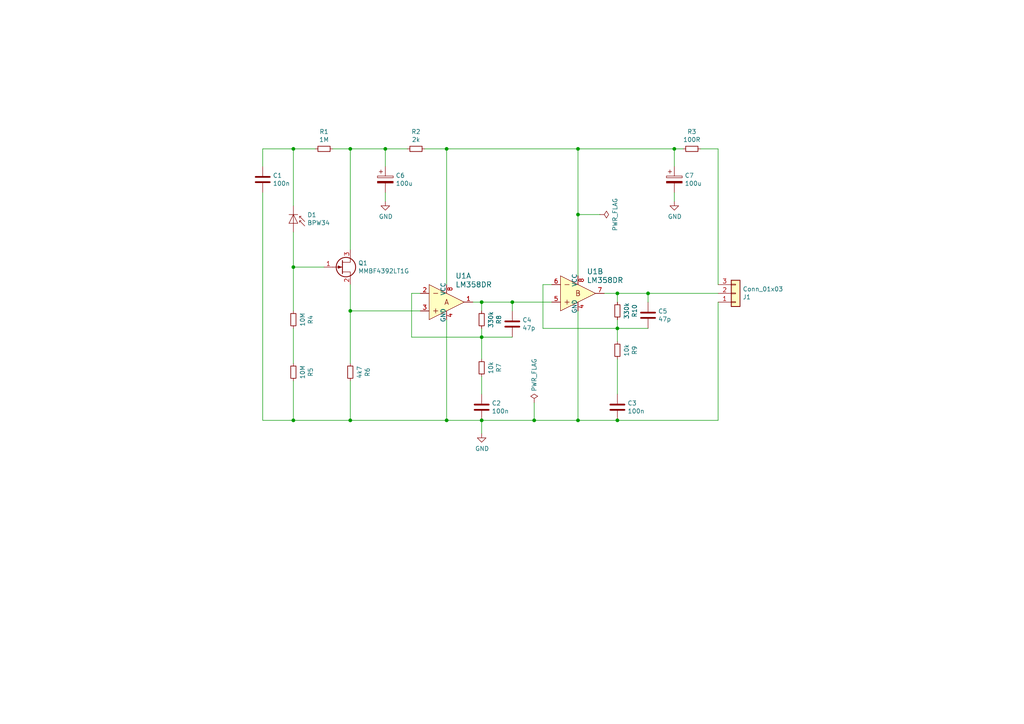
<source format=kicad_sch>
(kicad_sch (version 20211123) (generator eeschema)
  (paper "A4")
  (title_block (title "PIN Diode Radiation Detector Breakout") (rev "v01") (comment 2 "creativecommons.org/licenses/by/4.0/") (comment 3 "License: CC BY 4.0") (comment 4 "Author : Steven Knudsen"))
  (lib_symbols
    (symbol "Connector_Generic:Conn_01x03" (pin_names (offset 1.016) hide)
      (property "Reference" "J" (at 0 5.08 0))
      (property "Value" "Conn_01x03" (at 0 -5.08 0))
      (symbol "Conn_01x03_1_1"
        (rectangle (start -1.27 -2.413) (end 0 -2.667) (stroke (width 0.1524)))
        (rectangle (start -1.27 0.127) (end 0 -0.127) (stroke (width 0.1524)))
        (rectangle (start -1.27 2.667) (end 0 2.413) (stroke (width 0.1524)))
        (rectangle (start -1.27 3.81) (end 1.27 -3.81) (stroke (width 0.254)) (fill (type background)))
        (pin passive line (at -5.08 2.54 0) (length 3.81) (name "Pin_1") (number "1"))
        (pin passive line (at -5.08 0 0) (length 3.81) (name "Pin_2") (number "2"))
        (pin passive line (at -5.08 -2.54 0) (length 3.81) (name "Pin_3") (number "3"))
      )
    )
    (symbol "Device:C" (pin_numbers hide) (pin_names (offset 0.254))
      (property "Reference" "C" (at 0.635 2.54 0))
      (property "Value" "C" (at 0.635 -2.54 0))
      (symbol "C_0_1"
        (polyline (pts (xy -2.032 -0.762) (xy 2.032 -0.762)) (stroke (width 0.508)))
        (polyline (pts (xy -2.032 0.762) (xy 2.032 0.762)) (stroke (width 0.508)))
      )
      (symbol "C_1_1"
        (pin passive line (at 0 3.81 270) (length 2.794) (name "~") (number "1"))
        (pin passive line (at 0 -3.81 90) (length 2.794) (name "~") (number "2"))
      )
    )
    (symbol "Device:R_Small" (pin_numbers hide) (pin_names (offset 0.254) hide)
      (property "Reference" "R" (at 0.762 0.508 0))
      (property "Value" "R_Small" (at 0.762 -1.016 0))
      (symbol "R_Small_0_1"
        (rectangle (start -0.762 1.778) (end 0.762 -1.778) (stroke (width 0.2032)))
      )
      (symbol "R_Small_1_1"
        (pin passive line (at 0 2.54 270) (length 0.762) (name "~") (number "1"))
        (pin passive line (at 0 -2.54 90) (length 0.762) (name "~") (number "2"))
      )
    )
    (symbol "PIN_Radiation_Detector-rescue:CP-Device" (pin_numbers hide) (pin_names (offset 0.254))
      (property "Reference" "C" (at 0.635 2.54 0))
      (property "Value" "CP-Device" (at 0.635 -2.54 0))
      (symbol "CP-Device_0_1"
        (rectangle (start -2.286 0.508) (end 2.286 1.016))
        (polyline (pts (xy -1.778 2.286) (xy -0.762 2.286)))
        (polyline (pts (xy -1.27 2.794) (xy -1.27 1.778)))
        (rectangle (start 2.286 -0.508) (end -2.286 -1.016) (fill (type outline)))
      )
      (symbol "CP-Device_1_1"
        (pin passive line (at 0 3.81 270) (length 2.794) (name "~") (number "1"))
        (pin passive line (at 0 -3.81 90) (length 2.794) (name "~") (number "2"))
      )
    )
    (symbol "PIN_Radiation_Detector-rescue:LM358DR-dk_Linear-Amplifiers-Instrumentation-OP-Amps-Buffer-Amps" (pin_names (offset 0))
      (property "Reference" "U" (at -5.08 7.62 0))
      (property "Value" "LM358DR-dk_Linear-Amplifiers-Instrumentation-OP-Amps-Buffer-Amps" (at 2.54 -5.08 0))
      (symbol "LM358DR-dk_Linear-Amplifiers-Instrumentation-OP-Amps-Buffer-Amps_0_0"
        (polyline (pts (xy -3.81 -2.54) (xy -2.54 -2.54)))
        (polyline (pts (xy -3.81 2.54) (xy -2.54 2.54)))
        (polyline (pts (xy -3.175 -1.905) (xy -3.175 -3.175)))
        (polyline (pts (xy -5.08 5.08) (xy -5.08 -5.08) (xy 5.08 0) (xy -5.08 5.08)) (fill (type background)))
      )
      (symbol "LM358DR-dk_Linear-Amplifiers-Instrumentation-OP-Amps-Buffer-Amps_1_0"
        (text "A" (at 0 0 0) (effects (font (size 1.524 1.524))))
      )
      (symbol "LM358DR-dk_Linear-Amplifiers-Instrumentation-OP-Amps-Buffer-Amps_1_1"
        (pin output line (at 7.62 0 180) (length 2.54) (name "~") (number "1"))
        (pin input line (at -7.62 2.54 0) (length 2.54) (name "~") (number "2"))
        (pin input line (at -7.62 -2.54 0) (length 2.54) (name "~") (number "3"))
        (pin power_in line (at 0 -5.08 90) (length 2.54) (name "GND") (number "4"))
        (pin power_in line (at 0 5.08 270) (length 2.54) (name "VCC") (number "8"))
      )
      (symbol "LM358DR-dk_Linear-Amplifiers-Instrumentation-OP-Amps-Buffer-Amps_2_0"
        (text "B" (at 0 0 0) (effects (font (size 1.524 1.524))))
      )
      (symbol "LM358DR-dk_Linear-Amplifiers-Instrumentation-OP-Amps-Buffer-Amps_2_1"
        (pin power_in line (at 0 -5.08 90) (length 2.54) (name "GND") (number "4"))
        (pin input line (at -7.62 -2.54 0) (length 2.54) (name "~") (number "5"))
        (pin input line (at -7.62 2.54 0) (length 2.54) (name "~") (number "6"))
        (pin output line (at 7.62 0 180) (length 2.54) (name "~") (number "7"))
        (pin power_in line (at 0 5.08 270) (length 2.54) (name "VCC") (number "8"))
      )
    )
    (symbol "Sensor_Optical:BPW34" (pin_numbers hide) (pin_names (offset 1.016) hide)
      (property "Reference" "D" (at 0.508 1.778 0))
      (property "Value" "BPW34" (at -1.016 -2.794 0))
      (symbol "BPW34_0_1"
        (polyline (pts (xy -2.54 1.27) (xy -2.54 -1.27)) (stroke (width 0.1524)))
        (polyline (pts (xy -2.032 1.778) (xy -1.524 1.778)))
        (polyline (pts (xy 0 -1.27) (xy 0 1.27)))
        (polyline (pts (xy 0 0) (xy -2.54 0)))
        (polyline (pts (xy -0.508 3.302) (xy -2.032 1.778) (xy -2.032 2.286)))
        (polyline (pts (xy 0 1.27) (xy -2.54 0) (xy 0 -1.27)))
        (polyline (pts (xy 0.762 3.302) (xy -0.762 1.778) (xy -0.762 2.286) (xy -0.762 1.778) (xy -0.254 1.778)))
      )
      (symbol "BPW34_1_1"
        (pin passive line (at -5.08 0 0) (length 2.54) (name "K") (number "1"))
        (pin passive line (at 2.54 0 180) (length 2.54) (name "A") (number "2"))
      )
    )
    (symbol "Transistor_FET:BF245B" (pin_names hide)
      (property "Reference" "Q" (at 5.08 1.905 0))
      (property "Value" "BF245B" (at 5.08 0 0))
      (symbol "BF245B_0_1"
        (polyline (pts (xy 0.254 0) (xy -2.54 0)))
        (polyline (pts (xy 0.254 1.905) (xy 0.254 -1.905)) (stroke (width 0.254)))
        (polyline (pts (xy 2.54 -2.54) (xy 2.54 -1.397) (xy 0.254 -1.397)))
        (polyline (pts (xy 2.54 2.54) (xy 2.54 1.397) (xy 0.254 1.397)))
        (polyline (pts (xy 0 0) (xy -1.016 0.381) (xy -1.016 -0.381) (xy 0 0)) (fill (type outline)))
        (circle (center 1.27 0) (radius 2.8194) (stroke (width 0.254)))
      )
      (symbol "BF245B_1_1"
        (pin input line (at -5.08 0 0) (length 2.54) (name "G") (number "1"))
        (pin passive line (at 2.54 -5.08 90) (length 2.54) (name "S") (number "2"))
        (pin passive line (at 2.54 5.08 270) (length 2.54) (name "D") (number "3"))
      )
    )
    (symbol "power:GND" (power) (pin_names (offset 0))
      (property "Value" "GND" (at 0 -3.81 0))
      (symbol "GND_0_1"
        (polyline (pts (xy 0 0) (xy 0 -1.27) (xy 1.27 -1.27) (xy 0 -2.54) (xy -1.27 -1.27) (xy 0 -1.27)))
      )
      (symbol "GND_1_1"
        (pin power_in line (at 0 0 270) (length 0) hide (name "GND") (number "1"))
      )
    )
    (symbol "power:PWR_FLAG" (power) (pin_numbers hide) (pin_names (offset 0) hide)
      (property "Value" "PWR_FLAG" (at 0 3.81 0))
      (symbol "PWR_FLAG_0_0"
        (pin power_out line (at 0 0 90) (length 0) (name "pwr") (number "1"))
      )
      (symbol "PWR_FLAG_0_1"
        (polyline (pts (xy 0 0) (xy 0 1.27) (xy -1.016 1.905) (xy 0 2.54) (xy 1.016 1.905) (xy 0 1.27)))
      )
    )
  )
  (junction (at 167.64 43.18))
  (junction (at 139.7 97.79))
  (junction (at 101.6 43.18))
  (junction (at 167.64 62.23))
  (junction (at 85.09 121.92))
  (junction (at 195.58 43.18))
  (junction (at 167.64 121.92))
  (junction (at 129.54 43.18))
  (junction (at 129.54 121.92))
  (junction (at 101.6 90.17))
  (junction (at 187.96 85.09))
  (junction (at 154.94 121.92))
  (junction (at 179.07 121.92))
  (junction (at 148.59 87.63))
  (junction (at 85.09 43.18))
  (junction (at 139.7 87.63))
  (junction (at 111.76 43.18))
  (junction (at 179.07 85.09))
  (junction (at 101.6 121.92))
  (junction (at 139.7 121.92))
  (junction (at 85.09 77.47))
  (junction (at 179.07 95.25))
  (wire (pts (xy 208.28 87.63) (xy 208.28 121.92)))
  (wire (pts (xy 121.92 85.09) (xy 119.38 85.09)))
  (wire (pts (xy 111.76 58.42) (xy 111.76 55.88)))
  (wire (pts (xy 154.94 121.92) (xy 139.7 121.92)))
  (wire (pts (xy 195.58 43.18) (xy 198.12 43.18)))
  (wire (pts (xy 93.98 77.47) (xy 85.09 77.47)))
  (wire (pts (xy 101.6 90.17) (xy 101.6 105.41)))
  (wire (pts (xy 195.58 58.42) (xy 195.58 55.88)))
  (wire (pts (xy 179.07 99.06) (xy 179.07 95.25)))
  (wire (pts (xy 85.09 90.17) (xy 85.09 77.47)))
  (wire (pts (xy 85.09 121.92) (xy 101.6 121.92)))
  (wire (pts (xy 139.7 87.63) (xy 148.59 87.63)))
  (wire (pts (xy 179.07 95.25) (xy 179.07 92.71)))
  (wire (pts (xy 129.54 92.71) (xy 129.54 121.92)))
  (wire (pts (xy 101.6 82.55) (xy 101.6 90.17)))
  (wire (pts (xy 139.7 104.14) (xy 139.7 97.79)))
  (wire (pts (xy 137.16 87.63) (xy 139.7 87.63)))
  (wire (pts (xy 76.2 55.88) (xy 76.2 121.92)))
  (wire (pts (xy 139.7 114.3) (xy 139.7 109.22)))
  (wire (pts (xy 208.28 43.18) (xy 208.28 82.55)))
  (wire (pts (xy 167.64 62.23) (xy 167.64 80.01)))
  (wire (pts (xy 111.76 48.26) (xy 111.76 43.18)))
  (wire (pts (xy 167.64 43.18) (xy 195.58 43.18)))
  (wire (pts (xy 101.6 43.18) (xy 96.52 43.18)))
  (wire (pts (xy 179.07 87.63) (xy 179.07 85.09)))
  (wire (pts (xy 101.6 110.49) (xy 101.6 121.92)))
  (wire (pts (xy 101.6 43.18) (xy 111.76 43.18)))
  (wire (pts (xy 76.2 121.92) (xy 85.09 121.92)))
  (wire (pts (xy 187.96 95.25) (xy 179.07 95.25)))
  (wire (pts (xy 129.54 121.92) (xy 139.7 121.92)))
  (wire (pts (xy 148.59 90.17) (xy 148.59 87.63)))
  (wire (pts (xy 154.94 116.84) (xy 154.94 121.92)))
  (wire (pts (xy 123.19 43.18) (xy 129.54 43.18)))
  (wire (pts (xy 101.6 72.39) (xy 101.6 43.18)))
  (wire (pts (xy 76.2 43.18) (xy 85.09 43.18)))
  (wire (pts (xy 179.07 121.92) (xy 167.64 121.92)))
  (wire (pts (xy 179.07 85.09) (xy 187.96 85.09)))
  (wire (pts (xy 167.64 43.18) (xy 167.64 62.23)))
  (wire (pts (xy 203.2 43.18) (xy 208.28 43.18)))
  (wire (pts (xy 85.09 110.49) (xy 85.09 121.92)))
  (wire (pts (xy 85.09 59.69) (xy 85.09 43.18)))
  (wire (pts (xy 119.38 85.09) (xy 119.38 97.79)))
  (wire (pts (xy 101.6 121.92) (xy 129.54 121.92)))
  (wire (pts (xy 173.99 62.23) (xy 167.64 62.23)))
  (wire (pts (xy 139.7 125.73) (xy 139.7 121.92)))
  (wire (pts (xy 85.09 43.18) (xy 91.44 43.18)))
  (wire (pts (xy 195.58 48.26) (xy 195.58 43.18)))
  (wire (pts (xy 139.7 90.17) (xy 139.7 87.63)))
  (wire (pts (xy 148.59 87.63) (xy 160.02 87.63)))
  (wire (pts (xy 101.6 90.17) (xy 121.92 90.17)))
  (wire (pts (xy 85.09 77.47) (xy 85.09 67.31)))
  (wire (pts (xy 139.7 97.79) (xy 139.7 95.25)))
  (wire (pts (xy 179.07 104.14) (xy 179.07 114.3)))
  (wire (pts (xy 85.09 95.25) (xy 85.09 105.41)))
  (wire (pts (xy 167.64 121.92) (xy 154.94 121.92)))
  (wire (pts (xy 179.07 121.92) (xy 208.28 121.92)))
  (wire (pts (xy 119.38 97.79) (xy 139.7 97.79)))
  (wire (pts (xy 187.96 87.63) (xy 187.96 85.09)))
  (wire (pts (xy 129.54 43.18) (xy 129.54 82.55)))
  (wire (pts (xy 157.48 82.55) (xy 157.48 95.25)))
  (wire (pts (xy 111.76 43.18) (xy 118.11 43.18)))
  (wire (pts (xy 187.96 85.09) (xy 208.28 85.09)))
  (wire (pts (xy 148.59 97.79) (xy 139.7 97.79)))
  (wire (pts (xy 129.54 43.18) (xy 167.64 43.18)))
  (wire (pts (xy 160.02 82.55) (xy 157.48 82.55)))
  (wire (pts (xy 167.64 90.17) (xy 167.64 121.92)))
  (wire (pts (xy 157.48 95.25) (xy 179.07 95.25)))
  (wire (pts (xy 175.26 85.09) (xy 179.07 85.09)))
  (wire (pts (xy 76.2 48.26) (xy 76.2 43.18)))
  (symbol (lib_id "Sensor_Optical:BPW34") (at 85.09 64.77 270) (unit 1)
    (property "Reference" "D1" (at 89.1032 62.3316 90) (effects (justify left)))
    (property "Value" "BPW34" (at 89.1032 64.643 90) (effects (justify left)))
    (property "Footprint" "Diodes_ThroughHole:D_DO-201_P5.08mm_Vertical_AnodeUp" (effects hide))
    (property "Datasheet" "http://www.vishay.com/docs/81521/bpw34.pdf" (effects hide))
  )
  (symbol (lib_id "Device:R_Small") (at 93.98 43.18 270) (unit 1)
    (property "Reference" "R1" (at 93.98 38.2016 90))
    (property "Value" "1M" (at 93.98 40.513 90))
    (property "Footprint" "Resistors_SMD:R_0603_HandSoldering" (effects hide))
  )
  (symbol (lib_id "Device:C") (at 76.2 52.07 0) (unit 1)
    (property "Reference" "C1" (at 79.121 50.9016 0) (effects (justify left)))
    (property "Value" "100n" (at 79.121 53.213 0) (effects (justify left)))
    (property "Footprint" "Capacitors_SMD:C_0603_HandSoldering" (effects hide))
    (property "Datasheet" "http://www.samsungsem.com/kr/support/product-search/mlcc/__icsFiles/afieldfile/2019/06/18/CL10B104KA8NNNC-19.pdf~" (effects hide))
  )
  (symbol (lib_id "Device:C") (at 148.59 93.98 0) (unit 1)
    (property "Reference" "C4" (at 151.511 92.8116 0) (effects (justify left)))
    (property "Value" "47p" (at 151.511 95.123 0) (effects (justify left)))
    (property "Footprint" "Capacitors_SMD:C_0603_HandSoldering" (effects hide))
    (property "Datasheet" "https://katalog.we-online.de/pbs/datasheet/885012006036.pdf" (effects hide))
  )
  (symbol (lib_id "PIN_Radiation_Detector-rescue:CP-Device") (at 111.76 52.07 0) (unit 1)
    (property "Reference" "C6" (at 114.7572 50.9016 0) (effects (justify left)))
    (property "Value" "100u" (at 114.7572 53.213 0) (effects (justify left)))
    (property "Footprint" "Capacitors_SMD:CP_Elec_6.3x5.8" (effects hide))
    (property "Datasheet" "http://nichicon-us.com/english/products/pdfs/e-uwt.pdf" (effects hide))
  )
  (symbol (lib_id "Device:C") (at 139.7 118.11 0) (unit 1)
    (property "Reference" "C2" (at 142.621 116.9416 0) (effects (justify left)))
    (property "Value" "100n" (at 142.621 119.253 0) (effects (justify left)))
    (property "Footprint" "Capacitors_SMD:C_0603_HandSoldering" (effects hide))
    (property "Datasheet" "http://www.samsungsem.com/kr/support/product-search/mlcc/__icsFiles/afieldfile/2019/06/18/CL10B104KA8NNNC-19.pdf~" (effects hide))
  )
  (symbol (lib_id "Device:C") (at 179.07 118.11 0) (unit 1)
    (property "Reference" "C3" (at 181.991 116.9416 0) (effects (justify left)))
    (property "Value" "100n" (at 181.991 119.253 0) (effects (justify left)))
    (property "Footprint" "Capacitors_SMD:C_0603_HandSoldering" (effects hide))
    (property "Datasheet" "http://www.samsungsem.com/kr/support/product-search/mlcc/__icsFiles/afieldfile/2019/06/18/CL10B104KA8NNNC-19.pdf~" (effects hide))
  )
  (symbol (lib_id "Connector_Generic:Conn_01x03") (at 213.36 85.09 0) (mirror x) (unit 1)
    (property "Reference" "J1" (at 215.392 86.1568 0) (effects (justify left)))
    (property "Value" "Conn_01x03" (at 215.392 83.8454 0) (effects (justify left)))
    (property "Footprint" "Pin_Headers:Pin_Header_Straight_1x03_Pitch2.54mm" (effects hide))
  )
  (symbol (lib_id "PIN_Radiation_Detector-rescue:CP-Device") (at 195.58 52.07 0) (unit 1)
    (property "Reference" "C7" (at 198.5772 50.9016 0) (effects (justify left)))
    (property "Value" "100u" (at 198.5772 53.213 0) (effects (justify left)))
    (property "Footprint" "Capacitors_SMD:CP_Elec_6.3x5.8" (effects hide))
    (property "Datasheet" "http://nichicon-us.com/english/products/pdfs/e-uwt.pdf" (effects hide))
  )
  (symbol (lib_id "Device:R_Small") (at 120.65 43.18 270) (unit 1)
    (property "Reference" "R2" (at 120.65 38.2016 90))
    (property "Value" "2k" (at 120.65 40.513 90))
    (property "Footprint" "Resistors_SMD:R_0603_HandSoldering" (effects hide))
  )
  (symbol (lib_id "Transistor_FET:BF245B") (at 99.06 77.47 0) (unit 1)
    (property "Reference" "Q1" (at 103.886 76.3016 0) (effects (justify left)))
    (property "Value" "MMBF4392LT1G" (at 103.886 78.613 0) (effects (justify left)))
    (property "Footprint" "TO_SOT_Packages_SMD:SOT-23" (effects hide))
    (property "Datasheet" "https://www.onsemi.com/pub/Collateral/MMBF4391LT1-D.PDF" (effects hide))
  )
  (symbol (lib_id "Device:R_Small") (at 200.66 43.18 270) (unit 1)
    (property "Reference" "R3" (at 200.66 38.2016 90))
    (property "Value" "100R" (at 200.66 40.513 90))
    (property "Footprint" "Resistors_SMD:R_0603_HandSoldering" (effects hide))
  )
  (symbol (lib_id "Device:R_Small") (at 85.09 92.71 180) (unit 1)
    (property "Reference" "R4" (at 90.0684 92.71 90))
    (property "Value" "10M" (at 87.757 92.71 90))
    (property "Footprint" "Resistors_SMD:R_0603_HandSoldering" (effects hide))
  )
  (symbol (lib_id "Device:R_Small") (at 85.09 107.95 180) (unit 1)
    (property "Reference" "R5" (at 90.0684 107.95 90))
    (property "Value" "10M" (at 87.757 107.95 90))
    (property "Footprint" "Resistors_SMD:R_0603_HandSoldering" (effects hide))
  )
  (symbol (lib_id "Device:R_Small") (at 101.6 107.95 180) (unit 1)
    (property "Reference" "R6" (at 106.5784 107.95 90))
    (property "Value" "4k7" (at 104.267 107.95 90))
    (property "Footprint" "Resistors_SMD:R_0603_HandSoldering" (effects hide))
  )
  (symbol (lib_id "Device:R_Small") (at 139.7 92.71 180) (unit 1)
    (property "Reference" "R8" (at 144.6784 92.71 90))
    (property "Value" "330k" (at 142.367 92.71 90))
    (property "Footprint" "Resistors_SMD:R_0603_HandSoldering" (effects hide))
  )
  (symbol (lib_id "Device:R_Small") (at 139.7 106.68 180) (unit 1)
    (property "Reference" "R7" (at 144.6784 106.68 90))
    (property "Value" "10k" (at 142.367 106.68 90))
    (property "Footprint" "Resistors_SMD:R_0603_HandSoldering" (effects hide))
  )
  (symbol (lib_id "Device:R_Small") (at 179.07 90.17 180) (unit 1)
    (property "Reference" "R10" (at 184.0484 90.17 90))
    (property "Value" "330k" (at 181.737 90.17 90))
    (property "Footprint" "Resistors_SMD:R_0603_HandSoldering" (effects hide))
  )
  (symbol (lib_id "Device:R_Small") (at 179.07 101.6 180) (unit 1)
    (property "Reference" "R9" (at 184.0484 101.6 90))
    (property "Value" "10k" (at 181.737 101.6 90))
    (property "Footprint" "Resistors_SMD:R_0603_HandSoldering" (effects hide))
  )
  (symbol (lib_id "power:PWR_FLAG") (at 173.99 62.23 270) (unit 1)
    (property "Reference" "#FLG0103" (effects hide))
    (property "Value" "PWR_FLAG" (at 178.3842 62.23 0))
  )
  (symbol (lib_id "power:GND") (at 111.76 58.42 0) (unit 1)
    (property "Reference" "#PWR0101" (effects hide))
    (property "Value" "GND" (at 111.887 62.8142 0))
  )
  (symbol (lib_id "power:GND") (at 195.58 58.42 0) (unit 1)
    (property "Reference" "#PWR0102" (effects hide))
    (property "Value" "GND" (at 195.707 62.8142 0))
  )
  (symbol (lib_id "Device:C") (at 187.96 91.44 0) (unit 1)
    (property "Reference" "C5" (at 190.881 90.2716 0) (effects (justify left)))
    (property "Value" "47p" (at 190.881 92.583 0) (effects (justify left)))
    (property "Footprint" "Capacitors_SMD:C_0603_HandSoldering" (effects hide))
    (property "Datasheet" "https://katalog.we-online.de/pbs/datasheet/885012006036.pdf" (effects hide))
  )
  (symbol (lib_id "PIN_Radiation_Detector-rescue:LM358DR-dk_Linear-Amplifiers-Instrumentation-OP-Amps-Buffer-Amps") (at 129.54 87.63 0) (unit 1)
    (property "Reference" "U1" (at 132.08 80.01 0) (effects (font (size 1.524 1.524)) (justify left)))
    (property "Value" "LM358DR" (at 132.08 82.55 0) (effects (font (size 1.524 1.524)) (justify left)))
    (property "Footprint" "Housings_SOIC:SOIC-8_3.9x4.9mm_Pitch1.27mm" (effects hide))
    (property "Datasheet" "http://www.ti.com/general/docs/suppproductinfo.tsp?distId=10&gotoUrl=http%3A%2F%2Fwww.ti.com%2Flit%2Fgpn%2Flm358" (effects hide))
    (property "Digi-Key_PN" "296-1014-1-ND" (effects hide))
    (property "MPN" "LM358DR" (effects hide))
    (property "Category" "Integrated Circuits (ICs)" (effects hide))
    (property "Family" "Linear - Amplifiers - Instrumentation, OP Amps, Buffer Amps" (effects hide))
    (property "DK_Datasheet_Link" "http://www.ti.com/general/docs/suppproductinfo.tsp?distId=10&gotoUrl=http%3A%2F%2Fwww.ti.com%2Flit%2Fgpn%2Flm358" (effects hide))
    (property "DK_Detail_Page" "/product-detail/en/texas-instruments/LM358DR/296-1014-1-ND/404838" (effects hide))
    (property "Description" "IC OPAMP GP 2 CIRCUIT 8SOIC" (effects hide))
    (property "Manufacturer" "Texas Instruments" (effects hide))
    (property "Status" "Active" (effects hide))
  )
  (symbol (lib_id "PIN_Radiation_Detector-rescue:LM358DR-dk_Linear-Amplifiers-Instrumentation-OP-Amps-Buffer-Amps") (at 167.64 85.09 0) (unit 2)
    (property "Reference" "U1" (at 170.18 78.74 0) (effects (font (size 1.524 1.524)) (justify left)))
    (property "Value" "LM358DR" (at 170.18 81.28 0) (effects (font (size 1.524 1.524)) (justify left)))
    (property "Footprint" "Housings_SOIC:SOIC-8_3.9x4.9mm_Pitch1.27mm" (effects hide))
    (property "Datasheet" "http://www.ti.com/general/docs/suppproductinfo.tsp?distId=10&gotoUrl=http%3A%2F%2Fwww.ti.com%2Flit%2Fgpn%2Flm358" (effects hide))
    (property "Digi-Key_PN" "296-1014-1-ND" (effects hide))
    (property "MPN" "LM358DR" (effects hide))
    (property "Category" "Integrated Circuits (ICs)" (effects hide))
    (property "Family" "Linear - Amplifiers - Instrumentation, OP Amps, Buffer Amps" (effects hide))
    (property "DK_Datasheet_Link" "http://www.ti.com/general/docs/suppproductinfo.tsp?distId=10&gotoUrl=http%3A%2F%2Fwww.ti.com%2Flit%2Fgpn%2Flm358" (effects hide))
    (property "DK_Detail_Page" "/product-detail/en/texas-instruments/LM358DR/296-1014-1-ND/404838" (effects hide))
    (property "Description" "IC OPAMP GP 2 CIRCUIT 8SOIC" (effects hide))
    (property "Manufacturer" "Texas Instruments" (effects hide))
    (property "Status" "Active" (effects hide))
  )
  (symbol (lib_id "power:GND") (at 139.7 125.73 0) (unit 1)
    (property "Reference" "#PWR0106" (effects hide))
    (property "Value" "GND" (at 139.827 130.1242 0))
  )
  (symbol (lib_id "power:PWR_FLAG") (at 154.94 116.84 0) (unit 1)
    (property "Reference" "#FLG0102" (effects hide))
    (property "Value" "PWR_FLAG" (at 154.94 113.5888 90) (effects (justify left)))
  )
)
</source>
